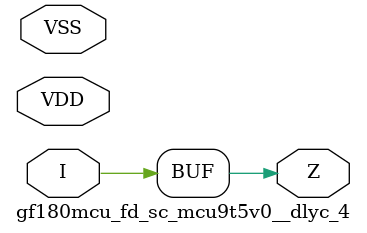
<source format=v>

module gf180mcu_fd_sc_mcu9t5v0__dlyc_4( I, Z, VDD, VSS );
input I;
inout VDD, VSS;
output Z;

	buf MGM_BG_0( Z, I );

endmodule

</source>
